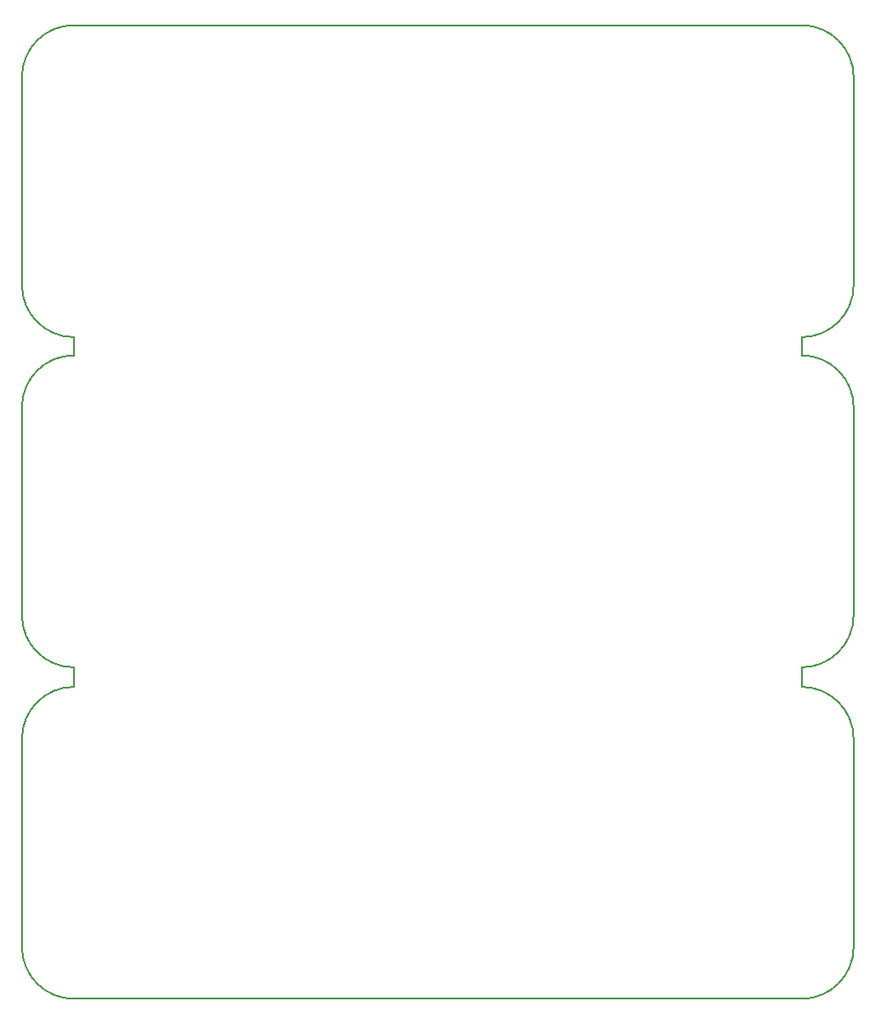
<source format=gm1>
G04 #@! TF.GenerationSoftware,KiCad,Pcbnew,5.0.2+dfsg1-1~bpo9+1*
G04 #@! TF.CreationDate,2019-07-31T18:24:26+02:00*
G04 #@! TF.ProjectId,IO_BUTTON_BOARD,494f5f42-5554-4544-9f4e-5f424f415244,v1.0*
G04 #@! TF.SameCoordinates,Original*
G04 #@! TF.FileFunction,Profile,NP*
%FSLAX46Y46*%
G04 Gerber Fmt 4.6, Leading zero omitted, Abs format (unit mm)*
G04 Created by KiCad (PCBNEW 5.0.2+dfsg1-1~bpo9+1) date mer. 31 juil. 2019 18:24:26 CEST*
%MOMM*%
%LPD*%
G01*
G04 APERTURE LIST*
%ADD10C,0.150000*%
%ADD11C,0.200000*%
G04 APERTURE END LIST*
D10*
X123215400Y-117652800D02*
X123215400Y-119532400D01*
X193192400Y-117652800D02*
X193192400Y-119532400D01*
X193192400Y-85902800D02*
X193192400Y-87655400D01*
X123215400Y-87655400D02*
X123215400Y-85902800D01*
D11*
X198206000Y-144538000D02*
X198206000Y-124538000D01*
X118206000Y-144538000D02*
X118206000Y-124538000D01*
D10*
X193206000Y-119538000D02*
G75*
G02X198206000Y-124538000I0J-5000000D01*
G01*
X118206000Y-124538000D02*
G75*
G02X123206000Y-119538000I5000000J0D01*
G01*
X193206000Y-149538000D02*
X123206000Y-149538000D01*
X198206000Y-144538000D02*
G75*
G02X193206000Y-149538000I-5000000J0D01*
G01*
X123206000Y-149538000D02*
G75*
G02X118206000Y-144538000I0J5000000D01*
G01*
X198206000Y-112661000D02*
G75*
G02X193206000Y-117661000I-5000000J0D01*
G01*
X123206000Y-117661000D02*
G75*
G02X118206000Y-112661000I0J5000000D01*
G01*
D11*
X198206000Y-112661000D02*
X198206000Y-92661000D01*
X118206000Y-112661000D02*
X118206000Y-92661000D01*
D10*
X193206000Y-87661000D02*
G75*
G02X198206000Y-92661000I0J-5000000D01*
G01*
X118206000Y-92661000D02*
G75*
G02X123206000Y-87661000I5000000J0D01*
G01*
X118206000Y-60911000D02*
G75*
G02X123206000Y-55911000I5000000J0D01*
G01*
X193206000Y-55911000D02*
G75*
G02X198206000Y-60911000I0J-5000000D01*
G01*
D11*
X123206000Y-55911000D02*
X193206000Y-55911000D01*
X118206000Y-80911000D02*
X118206000Y-60911000D01*
X198206000Y-80911000D02*
X198206000Y-60911000D01*
D10*
X123206000Y-85911000D02*
G75*
G02X118206000Y-80911000I0J5000000D01*
G01*
X198206000Y-80911000D02*
G75*
G02X193206000Y-85911000I-5000000J0D01*
G01*
M02*

</source>
